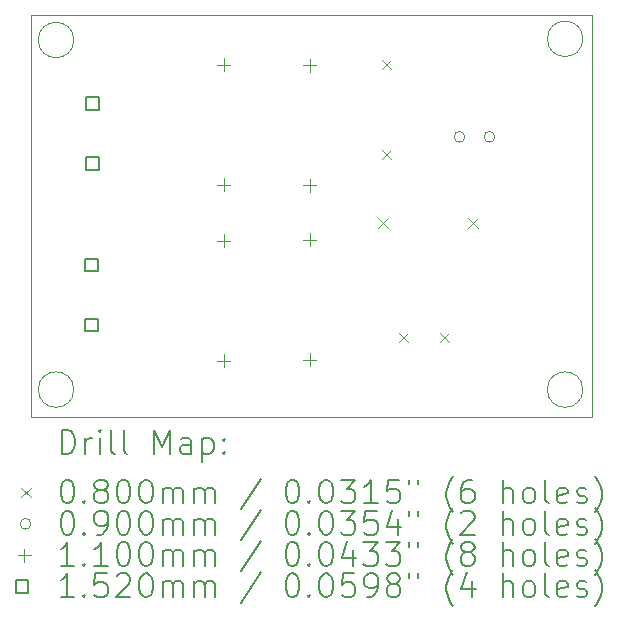
<source format=gbr>
%TF.GenerationSoftware,KiCad,Pcbnew,9.0.1*%
%TF.CreationDate,2025-08-14T10:08:24+05:00*%
%TF.ProjectId,ac_to_dc_converter,61635f74-6f5f-4646-935f-636f6e766572,rev?*%
%TF.SameCoordinates,Original*%
%TF.FileFunction,Drillmap*%
%TF.FilePolarity,Positive*%
%FSLAX45Y45*%
G04 Gerber Fmt 4.5, Leading zero omitted, Abs format (unit mm)*
G04 Created by KiCad (PCBNEW 9.0.1) date 2025-08-14 10:08:24*
%MOMM*%
%LPD*%
G01*
G04 APERTURE LIST*
%ADD10C,0.050000*%
%ADD11C,0.200000*%
%ADD12C,0.100000*%
%ADD13C,0.110000*%
%ADD14C,0.152000*%
G04 APERTURE END LIST*
D10*
X11410000Y-8660000D02*
G75*
G02*
X11110000Y-8660000I-150000J0D01*
G01*
X11110000Y-8660000D02*
G75*
G02*
X11410000Y-8660000I150000J0D01*
G01*
X15720000Y-11620000D02*
G75*
G02*
X15420000Y-11620000I-150000J0D01*
G01*
X15420000Y-11620000D02*
G75*
G02*
X15720000Y-11620000I150000J0D01*
G01*
X11050000Y-8450000D02*
X15800000Y-8450000D01*
X15800000Y-11850000D01*
X11050000Y-11850000D01*
X11050000Y-8450000D01*
X15720000Y-8650000D02*
G75*
G02*
X15420000Y-8650000I-150000J0D01*
G01*
X15420000Y-8650000D02*
G75*
G02*
X15720000Y-8650000I150000J0D01*
G01*
X11410000Y-11620000D02*
G75*
G02*
X11110000Y-11620000I-150000J0D01*
G01*
X11110000Y-11620000D02*
G75*
G02*
X11410000Y-11620000I150000J0D01*
G01*
D11*
D12*
X13988000Y-10170000D02*
X14068000Y-10250000D01*
X14068000Y-10170000D02*
X13988000Y-10250000D01*
X14020000Y-8829000D02*
X14100000Y-8909000D01*
X14100000Y-8829000D02*
X14020000Y-8909000D01*
X14020000Y-9591000D02*
X14100000Y-9671000D01*
X14100000Y-9591000D02*
X14020000Y-9671000D01*
X14160000Y-11140000D02*
X14240000Y-11220000D01*
X14240000Y-11140000D02*
X14160000Y-11220000D01*
X14510000Y-11140000D02*
X14590000Y-11220000D01*
X14590000Y-11140000D02*
X14510000Y-11220000D01*
X14750000Y-10170000D02*
X14830000Y-10250000D01*
X14830000Y-10170000D02*
X14750000Y-10250000D01*
X14721000Y-9480000D02*
G75*
G02*
X14631000Y-9480000I-45000J0D01*
G01*
X14631000Y-9480000D02*
G75*
G02*
X14721000Y-9480000I45000J0D01*
G01*
X14975000Y-9480000D02*
G75*
G02*
X14885000Y-9480000I-45000J0D01*
G01*
X14885000Y-9480000D02*
G75*
G02*
X14975000Y-9480000I45000J0D01*
G01*
D13*
X12680000Y-8815000D02*
X12680000Y-8925000D01*
X12625000Y-8870000D02*
X12735000Y-8870000D01*
X12680000Y-9831000D02*
X12680000Y-9941000D01*
X12625000Y-9886000D02*
X12735000Y-9886000D01*
X12680000Y-10305000D02*
X12680000Y-10415000D01*
X12625000Y-10360000D02*
X12735000Y-10360000D01*
X12680000Y-11321000D02*
X12680000Y-11431000D01*
X12625000Y-11376000D02*
X12735000Y-11376000D01*
X13410000Y-8817000D02*
X13410000Y-8927000D01*
X13355000Y-8872000D02*
X13465000Y-8872000D01*
X13410000Y-9833000D02*
X13410000Y-9943000D01*
X13355000Y-9888000D02*
X13465000Y-9888000D01*
X13410000Y-10297000D02*
X13410000Y-10407000D01*
X13355000Y-10352000D02*
X13465000Y-10352000D01*
X13410000Y-11313000D02*
X13410000Y-11423000D01*
X13355000Y-11368000D02*
X13465000Y-11368000D01*
D14*
X11613741Y-10619741D02*
X11613741Y-10512259D01*
X11506259Y-10512259D01*
X11506259Y-10619741D01*
X11613741Y-10619741D01*
X11613741Y-11127741D02*
X11613741Y-11020259D01*
X11506259Y-11020259D01*
X11506259Y-11127741D01*
X11613741Y-11127741D01*
X11623741Y-9253741D02*
X11623741Y-9146259D01*
X11516259Y-9146259D01*
X11516259Y-9253741D01*
X11623741Y-9253741D01*
X11623741Y-9761741D02*
X11623741Y-9654259D01*
X11516259Y-9654259D01*
X11516259Y-9761741D01*
X11623741Y-9761741D01*
D11*
X11308277Y-12163984D02*
X11308277Y-11963984D01*
X11308277Y-11963984D02*
X11355896Y-11963984D01*
X11355896Y-11963984D02*
X11384467Y-11973508D01*
X11384467Y-11973508D02*
X11403515Y-11992555D01*
X11403515Y-11992555D02*
X11413039Y-12011603D01*
X11413039Y-12011603D02*
X11422562Y-12049698D01*
X11422562Y-12049698D02*
X11422562Y-12078269D01*
X11422562Y-12078269D02*
X11413039Y-12116365D01*
X11413039Y-12116365D02*
X11403515Y-12135412D01*
X11403515Y-12135412D02*
X11384467Y-12154460D01*
X11384467Y-12154460D02*
X11355896Y-12163984D01*
X11355896Y-12163984D02*
X11308277Y-12163984D01*
X11508277Y-12163984D02*
X11508277Y-12030650D01*
X11508277Y-12068746D02*
X11517801Y-12049698D01*
X11517801Y-12049698D02*
X11527324Y-12040174D01*
X11527324Y-12040174D02*
X11546372Y-12030650D01*
X11546372Y-12030650D02*
X11565420Y-12030650D01*
X11632086Y-12163984D02*
X11632086Y-12030650D01*
X11632086Y-11963984D02*
X11622562Y-11973508D01*
X11622562Y-11973508D02*
X11632086Y-11983031D01*
X11632086Y-11983031D02*
X11641610Y-11973508D01*
X11641610Y-11973508D02*
X11632086Y-11963984D01*
X11632086Y-11963984D02*
X11632086Y-11983031D01*
X11755896Y-12163984D02*
X11736848Y-12154460D01*
X11736848Y-12154460D02*
X11727324Y-12135412D01*
X11727324Y-12135412D02*
X11727324Y-11963984D01*
X11860658Y-12163984D02*
X11841610Y-12154460D01*
X11841610Y-12154460D02*
X11832086Y-12135412D01*
X11832086Y-12135412D02*
X11832086Y-11963984D01*
X12089229Y-12163984D02*
X12089229Y-11963984D01*
X12089229Y-11963984D02*
X12155896Y-12106841D01*
X12155896Y-12106841D02*
X12222562Y-11963984D01*
X12222562Y-11963984D02*
X12222562Y-12163984D01*
X12403515Y-12163984D02*
X12403515Y-12059222D01*
X12403515Y-12059222D02*
X12393991Y-12040174D01*
X12393991Y-12040174D02*
X12374943Y-12030650D01*
X12374943Y-12030650D02*
X12336848Y-12030650D01*
X12336848Y-12030650D02*
X12317801Y-12040174D01*
X12403515Y-12154460D02*
X12384467Y-12163984D01*
X12384467Y-12163984D02*
X12336848Y-12163984D01*
X12336848Y-12163984D02*
X12317801Y-12154460D01*
X12317801Y-12154460D02*
X12308277Y-12135412D01*
X12308277Y-12135412D02*
X12308277Y-12116365D01*
X12308277Y-12116365D02*
X12317801Y-12097317D01*
X12317801Y-12097317D02*
X12336848Y-12087793D01*
X12336848Y-12087793D02*
X12384467Y-12087793D01*
X12384467Y-12087793D02*
X12403515Y-12078269D01*
X12498753Y-12030650D02*
X12498753Y-12230650D01*
X12498753Y-12040174D02*
X12517801Y-12030650D01*
X12517801Y-12030650D02*
X12555896Y-12030650D01*
X12555896Y-12030650D02*
X12574943Y-12040174D01*
X12574943Y-12040174D02*
X12584467Y-12049698D01*
X12584467Y-12049698D02*
X12593991Y-12068746D01*
X12593991Y-12068746D02*
X12593991Y-12125888D01*
X12593991Y-12125888D02*
X12584467Y-12144936D01*
X12584467Y-12144936D02*
X12574943Y-12154460D01*
X12574943Y-12154460D02*
X12555896Y-12163984D01*
X12555896Y-12163984D02*
X12517801Y-12163984D01*
X12517801Y-12163984D02*
X12498753Y-12154460D01*
X12679705Y-12144936D02*
X12689229Y-12154460D01*
X12689229Y-12154460D02*
X12679705Y-12163984D01*
X12679705Y-12163984D02*
X12670182Y-12154460D01*
X12670182Y-12154460D02*
X12679705Y-12144936D01*
X12679705Y-12144936D02*
X12679705Y-12163984D01*
X12679705Y-12040174D02*
X12689229Y-12049698D01*
X12689229Y-12049698D02*
X12679705Y-12059222D01*
X12679705Y-12059222D02*
X12670182Y-12049698D01*
X12670182Y-12049698D02*
X12679705Y-12040174D01*
X12679705Y-12040174D02*
X12679705Y-12059222D01*
D12*
X10967500Y-12452500D02*
X11047500Y-12532500D01*
X11047500Y-12452500D02*
X10967500Y-12532500D01*
D11*
X11346372Y-12383984D02*
X11365420Y-12383984D01*
X11365420Y-12383984D02*
X11384467Y-12393508D01*
X11384467Y-12393508D02*
X11393991Y-12403031D01*
X11393991Y-12403031D02*
X11403515Y-12422079D01*
X11403515Y-12422079D02*
X11413039Y-12460174D01*
X11413039Y-12460174D02*
X11413039Y-12507793D01*
X11413039Y-12507793D02*
X11403515Y-12545888D01*
X11403515Y-12545888D02*
X11393991Y-12564936D01*
X11393991Y-12564936D02*
X11384467Y-12574460D01*
X11384467Y-12574460D02*
X11365420Y-12583984D01*
X11365420Y-12583984D02*
X11346372Y-12583984D01*
X11346372Y-12583984D02*
X11327324Y-12574460D01*
X11327324Y-12574460D02*
X11317801Y-12564936D01*
X11317801Y-12564936D02*
X11308277Y-12545888D01*
X11308277Y-12545888D02*
X11298753Y-12507793D01*
X11298753Y-12507793D02*
X11298753Y-12460174D01*
X11298753Y-12460174D02*
X11308277Y-12422079D01*
X11308277Y-12422079D02*
X11317801Y-12403031D01*
X11317801Y-12403031D02*
X11327324Y-12393508D01*
X11327324Y-12393508D02*
X11346372Y-12383984D01*
X11498753Y-12564936D02*
X11508277Y-12574460D01*
X11508277Y-12574460D02*
X11498753Y-12583984D01*
X11498753Y-12583984D02*
X11489229Y-12574460D01*
X11489229Y-12574460D02*
X11498753Y-12564936D01*
X11498753Y-12564936D02*
X11498753Y-12583984D01*
X11622562Y-12469698D02*
X11603515Y-12460174D01*
X11603515Y-12460174D02*
X11593991Y-12450650D01*
X11593991Y-12450650D02*
X11584467Y-12431603D01*
X11584467Y-12431603D02*
X11584467Y-12422079D01*
X11584467Y-12422079D02*
X11593991Y-12403031D01*
X11593991Y-12403031D02*
X11603515Y-12393508D01*
X11603515Y-12393508D02*
X11622562Y-12383984D01*
X11622562Y-12383984D02*
X11660658Y-12383984D01*
X11660658Y-12383984D02*
X11679705Y-12393508D01*
X11679705Y-12393508D02*
X11689229Y-12403031D01*
X11689229Y-12403031D02*
X11698753Y-12422079D01*
X11698753Y-12422079D02*
X11698753Y-12431603D01*
X11698753Y-12431603D02*
X11689229Y-12450650D01*
X11689229Y-12450650D02*
X11679705Y-12460174D01*
X11679705Y-12460174D02*
X11660658Y-12469698D01*
X11660658Y-12469698D02*
X11622562Y-12469698D01*
X11622562Y-12469698D02*
X11603515Y-12479222D01*
X11603515Y-12479222D02*
X11593991Y-12488746D01*
X11593991Y-12488746D02*
X11584467Y-12507793D01*
X11584467Y-12507793D02*
X11584467Y-12545888D01*
X11584467Y-12545888D02*
X11593991Y-12564936D01*
X11593991Y-12564936D02*
X11603515Y-12574460D01*
X11603515Y-12574460D02*
X11622562Y-12583984D01*
X11622562Y-12583984D02*
X11660658Y-12583984D01*
X11660658Y-12583984D02*
X11679705Y-12574460D01*
X11679705Y-12574460D02*
X11689229Y-12564936D01*
X11689229Y-12564936D02*
X11698753Y-12545888D01*
X11698753Y-12545888D02*
X11698753Y-12507793D01*
X11698753Y-12507793D02*
X11689229Y-12488746D01*
X11689229Y-12488746D02*
X11679705Y-12479222D01*
X11679705Y-12479222D02*
X11660658Y-12469698D01*
X11822562Y-12383984D02*
X11841610Y-12383984D01*
X11841610Y-12383984D02*
X11860658Y-12393508D01*
X11860658Y-12393508D02*
X11870182Y-12403031D01*
X11870182Y-12403031D02*
X11879705Y-12422079D01*
X11879705Y-12422079D02*
X11889229Y-12460174D01*
X11889229Y-12460174D02*
X11889229Y-12507793D01*
X11889229Y-12507793D02*
X11879705Y-12545888D01*
X11879705Y-12545888D02*
X11870182Y-12564936D01*
X11870182Y-12564936D02*
X11860658Y-12574460D01*
X11860658Y-12574460D02*
X11841610Y-12583984D01*
X11841610Y-12583984D02*
X11822562Y-12583984D01*
X11822562Y-12583984D02*
X11803515Y-12574460D01*
X11803515Y-12574460D02*
X11793991Y-12564936D01*
X11793991Y-12564936D02*
X11784467Y-12545888D01*
X11784467Y-12545888D02*
X11774943Y-12507793D01*
X11774943Y-12507793D02*
X11774943Y-12460174D01*
X11774943Y-12460174D02*
X11784467Y-12422079D01*
X11784467Y-12422079D02*
X11793991Y-12403031D01*
X11793991Y-12403031D02*
X11803515Y-12393508D01*
X11803515Y-12393508D02*
X11822562Y-12383984D01*
X12013039Y-12383984D02*
X12032086Y-12383984D01*
X12032086Y-12383984D02*
X12051134Y-12393508D01*
X12051134Y-12393508D02*
X12060658Y-12403031D01*
X12060658Y-12403031D02*
X12070182Y-12422079D01*
X12070182Y-12422079D02*
X12079705Y-12460174D01*
X12079705Y-12460174D02*
X12079705Y-12507793D01*
X12079705Y-12507793D02*
X12070182Y-12545888D01*
X12070182Y-12545888D02*
X12060658Y-12564936D01*
X12060658Y-12564936D02*
X12051134Y-12574460D01*
X12051134Y-12574460D02*
X12032086Y-12583984D01*
X12032086Y-12583984D02*
X12013039Y-12583984D01*
X12013039Y-12583984D02*
X11993991Y-12574460D01*
X11993991Y-12574460D02*
X11984467Y-12564936D01*
X11984467Y-12564936D02*
X11974943Y-12545888D01*
X11974943Y-12545888D02*
X11965420Y-12507793D01*
X11965420Y-12507793D02*
X11965420Y-12460174D01*
X11965420Y-12460174D02*
X11974943Y-12422079D01*
X11974943Y-12422079D02*
X11984467Y-12403031D01*
X11984467Y-12403031D02*
X11993991Y-12393508D01*
X11993991Y-12393508D02*
X12013039Y-12383984D01*
X12165420Y-12583984D02*
X12165420Y-12450650D01*
X12165420Y-12469698D02*
X12174943Y-12460174D01*
X12174943Y-12460174D02*
X12193991Y-12450650D01*
X12193991Y-12450650D02*
X12222563Y-12450650D01*
X12222563Y-12450650D02*
X12241610Y-12460174D01*
X12241610Y-12460174D02*
X12251134Y-12479222D01*
X12251134Y-12479222D02*
X12251134Y-12583984D01*
X12251134Y-12479222D02*
X12260658Y-12460174D01*
X12260658Y-12460174D02*
X12279705Y-12450650D01*
X12279705Y-12450650D02*
X12308277Y-12450650D01*
X12308277Y-12450650D02*
X12327324Y-12460174D01*
X12327324Y-12460174D02*
X12336848Y-12479222D01*
X12336848Y-12479222D02*
X12336848Y-12583984D01*
X12432086Y-12583984D02*
X12432086Y-12450650D01*
X12432086Y-12469698D02*
X12441610Y-12460174D01*
X12441610Y-12460174D02*
X12460658Y-12450650D01*
X12460658Y-12450650D02*
X12489229Y-12450650D01*
X12489229Y-12450650D02*
X12508277Y-12460174D01*
X12508277Y-12460174D02*
X12517801Y-12479222D01*
X12517801Y-12479222D02*
X12517801Y-12583984D01*
X12517801Y-12479222D02*
X12527324Y-12460174D01*
X12527324Y-12460174D02*
X12546372Y-12450650D01*
X12546372Y-12450650D02*
X12574943Y-12450650D01*
X12574943Y-12450650D02*
X12593991Y-12460174D01*
X12593991Y-12460174D02*
X12603515Y-12479222D01*
X12603515Y-12479222D02*
X12603515Y-12583984D01*
X12993991Y-12374460D02*
X12822563Y-12631603D01*
X13251134Y-12383984D02*
X13270182Y-12383984D01*
X13270182Y-12383984D02*
X13289229Y-12393508D01*
X13289229Y-12393508D02*
X13298753Y-12403031D01*
X13298753Y-12403031D02*
X13308277Y-12422079D01*
X13308277Y-12422079D02*
X13317801Y-12460174D01*
X13317801Y-12460174D02*
X13317801Y-12507793D01*
X13317801Y-12507793D02*
X13308277Y-12545888D01*
X13308277Y-12545888D02*
X13298753Y-12564936D01*
X13298753Y-12564936D02*
X13289229Y-12574460D01*
X13289229Y-12574460D02*
X13270182Y-12583984D01*
X13270182Y-12583984D02*
X13251134Y-12583984D01*
X13251134Y-12583984D02*
X13232086Y-12574460D01*
X13232086Y-12574460D02*
X13222563Y-12564936D01*
X13222563Y-12564936D02*
X13213039Y-12545888D01*
X13213039Y-12545888D02*
X13203515Y-12507793D01*
X13203515Y-12507793D02*
X13203515Y-12460174D01*
X13203515Y-12460174D02*
X13213039Y-12422079D01*
X13213039Y-12422079D02*
X13222563Y-12403031D01*
X13222563Y-12403031D02*
X13232086Y-12393508D01*
X13232086Y-12393508D02*
X13251134Y-12383984D01*
X13403515Y-12564936D02*
X13413039Y-12574460D01*
X13413039Y-12574460D02*
X13403515Y-12583984D01*
X13403515Y-12583984D02*
X13393991Y-12574460D01*
X13393991Y-12574460D02*
X13403515Y-12564936D01*
X13403515Y-12564936D02*
X13403515Y-12583984D01*
X13536848Y-12383984D02*
X13555896Y-12383984D01*
X13555896Y-12383984D02*
X13574944Y-12393508D01*
X13574944Y-12393508D02*
X13584467Y-12403031D01*
X13584467Y-12403031D02*
X13593991Y-12422079D01*
X13593991Y-12422079D02*
X13603515Y-12460174D01*
X13603515Y-12460174D02*
X13603515Y-12507793D01*
X13603515Y-12507793D02*
X13593991Y-12545888D01*
X13593991Y-12545888D02*
X13584467Y-12564936D01*
X13584467Y-12564936D02*
X13574944Y-12574460D01*
X13574944Y-12574460D02*
X13555896Y-12583984D01*
X13555896Y-12583984D02*
X13536848Y-12583984D01*
X13536848Y-12583984D02*
X13517801Y-12574460D01*
X13517801Y-12574460D02*
X13508277Y-12564936D01*
X13508277Y-12564936D02*
X13498753Y-12545888D01*
X13498753Y-12545888D02*
X13489229Y-12507793D01*
X13489229Y-12507793D02*
X13489229Y-12460174D01*
X13489229Y-12460174D02*
X13498753Y-12422079D01*
X13498753Y-12422079D02*
X13508277Y-12403031D01*
X13508277Y-12403031D02*
X13517801Y-12393508D01*
X13517801Y-12393508D02*
X13536848Y-12383984D01*
X13670182Y-12383984D02*
X13793991Y-12383984D01*
X13793991Y-12383984D02*
X13727325Y-12460174D01*
X13727325Y-12460174D02*
X13755896Y-12460174D01*
X13755896Y-12460174D02*
X13774944Y-12469698D01*
X13774944Y-12469698D02*
X13784467Y-12479222D01*
X13784467Y-12479222D02*
X13793991Y-12498269D01*
X13793991Y-12498269D02*
X13793991Y-12545888D01*
X13793991Y-12545888D02*
X13784467Y-12564936D01*
X13784467Y-12564936D02*
X13774944Y-12574460D01*
X13774944Y-12574460D02*
X13755896Y-12583984D01*
X13755896Y-12583984D02*
X13698753Y-12583984D01*
X13698753Y-12583984D02*
X13679706Y-12574460D01*
X13679706Y-12574460D02*
X13670182Y-12564936D01*
X13984467Y-12583984D02*
X13870182Y-12583984D01*
X13927325Y-12583984D02*
X13927325Y-12383984D01*
X13927325Y-12383984D02*
X13908277Y-12412555D01*
X13908277Y-12412555D02*
X13889229Y-12431603D01*
X13889229Y-12431603D02*
X13870182Y-12441127D01*
X14165420Y-12383984D02*
X14070182Y-12383984D01*
X14070182Y-12383984D02*
X14060658Y-12479222D01*
X14060658Y-12479222D02*
X14070182Y-12469698D01*
X14070182Y-12469698D02*
X14089229Y-12460174D01*
X14089229Y-12460174D02*
X14136848Y-12460174D01*
X14136848Y-12460174D02*
X14155896Y-12469698D01*
X14155896Y-12469698D02*
X14165420Y-12479222D01*
X14165420Y-12479222D02*
X14174944Y-12498269D01*
X14174944Y-12498269D02*
X14174944Y-12545888D01*
X14174944Y-12545888D02*
X14165420Y-12564936D01*
X14165420Y-12564936D02*
X14155896Y-12574460D01*
X14155896Y-12574460D02*
X14136848Y-12583984D01*
X14136848Y-12583984D02*
X14089229Y-12583984D01*
X14089229Y-12583984D02*
X14070182Y-12574460D01*
X14070182Y-12574460D02*
X14060658Y-12564936D01*
X14251134Y-12383984D02*
X14251134Y-12422079D01*
X14327325Y-12383984D02*
X14327325Y-12422079D01*
X14622563Y-12660174D02*
X14613039Y-12650650D01*
X14613039Y-12650650D02*
X14593991Y-12622079D01*
X14593991Y-12622079D02*
X14584468Y-12603031D01*
X14584468Y-12603031D02*
X14574944Y-12574460D01*
X14574944Y-12574460D02*
X14565420Y-12526841D01*
X14565420Y-12526841D02*
X14565420Y-12488746D01*
X14565420Y-12488746D02*
X14574944Y-12441127D01*
X14574944Y-12441127D02*
X14584468Y-12412555D01*
X14584468Y-12412555D02*
X14593991Y-12393508D01*
X14593991Y-12393508D02*
X14613039Y-12364936D01*
X14613039Y-12364936D02*
X14622563Y-12355412D01*
X14784468Y-12383984D02*
X14746372Y-12383984D01*
X14746372Y-12383984D02*
X14727325Y-12393508D01*
X14727325Y-12393508D02*
X14717801Y-12403031D01*
X14717801Y-12403031D02*
X14698753Y-12431603D01*
X14698753Y-12431603D02*
X14689229Y-12469698D01*
X14689229Y-12469698D02*
X14689229Y-12545888D01*
X14689229Y-12545888D02*
X14698753Y-12564936D01*
X14698753Y-12564936D02*
X14708277Y-12574460D01*
X14708277Y-12574460D02*
X14727325Y-12583984D01*
X14727325Y-12583984D02*
X14765420Y-12583984D01*
X14765420Y-12583984D02*
X14784468Y-12574460D01*
X14784468Y-12574460D02*
X14793991Y-12564936D01*
X14793991Y-12564936D02*
X14803515Y-12545888D01*
X14803515Y-12545888D02*
X14803515Y-12498269D01*
X14803515Y-12498269D02*
X14793991Y-12479222D01*
X14793991Y-12479222D02*
X14784468Y-12469698D01*
X14784468Y-12469698D02*
X14765420Y-12460174D01*
X14765420Y-12460174D02*
X14727325Y-12460174D01*
X14727325Y-12460174D02*
X14708277Y-12469698D01*
X14708277Y-12469698D02*
X14698753Y-12479222D01*
X14698753Y-12479222D02*
X14689229Y-12498269D01*
X15041610Y-12583984D02*
X15041610Y-12383984D01*
X15127325Y-12583984D02*
X15127325Y-12479222D01*
X15127325Y-12479222D02*
X15117801Y-12460174D01*
X15117801Y-12460174D02*
X15098753Y-12450650D01*
X15098753Y-12450650D02*
X15070182Y-12450650D01*
X15070182Y-12450650D02*
X15051134Y-12460174D01*
X15051134Y-12460174D02*
X15041610Y-12469698D01*
X15251134Y-12583984D02*
X15232087Y-12574460D01*
X15232087Y-12574460D02*
X15222563Y-12564936D01*
X15222563Y-12564936D02*
X15213039Y-12545888D01*
X15213039Y-12545888D02*
X15213039Y-12488746D01*
X15213039Y-12488746D02*
X15222563Y-12469698D01*
X15222563Y-12469698D02*
X15232087Y-12460174D01*
X15232087Y-12460174D02*
X15251134Y-12450650D01*
X15251134Y-12450650D02*
X15279706Y-12450650D01*
X15279706Y-12450650D02*
X15298753Y-12460174D01*
X15298753Y-12460174D02*
X15308277Y-12469698D01*
X15308277Y-12469698D02*
X15317801Y-12488746D01*
X15317801Y-12488746D02*
X15317801Y-12545888D01*
X15317801Y-12545888D02*
X15308277Y-12564936D01*
X15308277Y-12564936D02*
X15298753Y-12574460D01*
X15298753Y-12574460D02*
X15279706Y-12583984D01*
X15279706Y-12583984D02*
X15251134Y-12583984D01*
X15432087Y-12583984D02*
X15413039Y-12574460D01*
X15413039Y-12574460D02*
X15403515Y-12555412D01*
X15403515Y-12555412D02*
X15403515Y-12383984D01*
X15584468Y-12574460D02*
X15565420Y-12583984D01*
X15565420Y-12583984D02*
X15527325Y-12583984D01*
X15527325Y-12583984D02*
X15508277Y-12574460D01*
X15508277Y-12574460D02*
X15498753Y-12555412D01*
X15498753Y-12555412D02*
X15498753Y-12479222D01*
X15498753Y-12479222D02*
X15508277Y-12460174D01*
X15508277Y-12460174D02*
X15527325Y-12450650D01*
X15527325Y-12450650D02*
X15565420Y-12450650D01*
X15565420Y-12450650D02*
X15584468Y-12460174D01*
X15584468Y-12460174D02*
X15593991Y-12479222D01*
X15593991Y-12479222D02*
X15593991Y-12498269D01*
X15593991Y-12498269D02*
X15498753Y-12517317D01*
X15670182Y-12574460D02*
X15689230Y-12583984D01*
X15689230Y-12583984D02*
X15727325Y-12583984D01*
X15727325Y-12583984D02*
X15746372Y-12574460D01*
X15746372Y-12574460D02*
X15755896Y-12555412D01*
X15755896Y-12555412D02*
X15755896Y-12545888D01*
X15755896Y-12545888D02*
X15746372Y-12526841D01*
X15746372Y-12526841D02*
X15727325Y-12517317D01*
X15727325Y-12517317D02*
X15698753Y-12517317D01*
X15698753Y-12517317D02*
X15679706Y-12507793D01*
X15679706Y-12507793D02*
X15670182Y-12488746D01*
X15670182Y-12488746D02*
X15670182Y-12479222D01*
X15670182Y-12479222D02*
X15679706Y-12460174D01*
X15679706Y-12460174D02*
X15698753Y-12450650D01*
X15698753Y-12450650D02*
X15727325Y-12450650D01*
X15727325Y-12450650D02*
X15746372Y-12460174D01*
X15822563Y-12660174D02*
X15832087Y-12650650D01*
X15832087Y-12650650D02*
X15851134Y-12622079D01*
X15851134Y-12622079D02*
X15860658Y-12603031D01*
X15860658Y-12603031D02*
X15870182Y-12574460D01*
X15870182Y-12574460D02*
X15879706Y-12526841D01*
X15879706Y-12526841D02*
X15879706Y-12488746D01*
X15879706Y-12488746D02*
X15870182Y-12441127D01*
X15870182Y-12441127D02*
X15860658Y-12412555D01*
X15860658Y-12412555D02*
X15851134Y-12393508D01*
X15851134Y-12393508D02*
X15832087Y-12364936D01*
X15832087Y-12364936D02*
X15822563Y-12355412D01*
D12*
X11047500Y-12756500D02*
G75*
G02*
X10957500Y-12756500I-45000J0D01*
G01*
X10957500Y-12756500D02*
G75*
G02*
X11047500Y-12756500I45000J0D01*
G01*
D11*
X11346372Y-12647984D02*
X11365420Y-12647984D01*
X11365420Y-12647984D02*
X11384467Y-12657508D01*
X11384467Y-12657508D02*
X11393991Y-12667031D01*
X11393991Y-12667031D02*
X11403515Y-12686079D01*
X11403515Y-12686079D02*
X11413039Y-12724174D01*
X11413039Y-12724174D02*
X11413039Y-12771793D01*
X11413039Y-12771793D02*
X11403515Y-12809888D01*
X11403515Y-12809888D02*
X11393991Y-12828936D01*
X11393991Y-12828936D02*
X11384467Y-12838460D01*
X11384467Y-12838460D02*
X11365420Y-12847984D01*
X11365420Y-12847984D02*
X11346372Y-12847984D01*
X11346372Y-12847984D02*
X11327324Y-12838460D01*
X11327324Y-12838460D02*
X11317801Y-12828936D01*
X11317801Y-12828936D02*
X11308277Y-12809888D01*
X11308277Y-12809888D02*
X11298753Y-12771793D01*
X11298753Y-12771793D02*
X11298753Y-12724174D01*
X11298753Y-12724174D02*
X11308277Y-12686079D01*
X11308277Y-12686079D02*
X11317801Y-12667031D01*
X11317801Y-12667031D02*
X11327324Y-12657508D01*
X11327324Y-12657508D02*
X11346372Y-12647984D01*
X11498753Y-12828936D02*
X11508277Y-12838460D01*
X11508277Y-12838460D02*
X11498753Y-12847984D01*
X11498753Y-12847984D02*
X11489229Y-12838460D01*
X11489229Y-12838460D02*
X11498753Y-12828936D01*
X11498753Y-12828936D02*
X11498753Y-12847984D01*
X11603515Y-12847984D02*
X11641610Y-12847984D01*
X11641610Y-12847984D02*
X11660658Y-12838460D01*
X11660658Y-12838460D02*
X11670182Y-12828936D01*
X11670182Y-12828936D02*
X11689229Y-12800365D01*
X11689229Y-12800365D02*
X11698753Y-12762269D01*
X11698753Y-12762269D02*
X11698753Y-12686079D01*
X11698753Y-12686079D02*
X11689229Y-12667031D01*
X11689229Y-12667031D02*
X11679705Y-12657508D01*
X11679705Y-12657508D02*
X11660658Y-12647984D01*
X11660658Y-12647984D02*
X11622562Y-12647984D01*
X11622562Y-12647984D02*
X11603515Y-12657508D01*
X11603515Y-12657508D02*
X11593991Y-12667031D01*
X11593991Y-12667031D02*
X11584467Y-12686079D01*
X11584467Y-12686079D02*
X11584467Y-12733698D01*
X11584467Y-12733698D02*
X11593991Y-12752746D01*
X11593991Y-12752746D02*
X11603515Y-12762269D01*
X11603515Y-12762269D02*
X11622562Y-12771793D01*
X11622562Y-12771793D02*
X11660658Y-12771793D01*
X11660658Y-12771793D02*
X11679705Y-12762269D01*
X11679705Y-12762269D02*
X11689229Y-12752746D01*
X11689229Y-12752746D02*
X11698753Y-12733698D01*
X11822562Y-12647984D02*
X11841610Y-12647984D01*
X11841610Y-12647984D02*
X11860658Y-12657508D01*
X11860658Y-12657508D02*
X11870182Y-12667031D01*
X11870182Y-12667031D02*
X11879705Y-12686079D01*
X11879705Y-12686079D02*
X11889229Y-12724174D01*
X11889229Y-12724174D02*
X11889229Y-12771793D01*
X11889229Y-12771793D02*
X11879705Y-12809888D01*
X11879705Y-12809888D02*
X11870182Y-12828936D01*
X11870182Y-12828936D02*
X11860658Y-12838460D01*
X11860658Y-12838460D02*
X11841610Y-12847984D01*
X11841610Y-12847984D02*
X11822562Y-12847984D01*
X11822562Y-12847984D02*
X11803515Y-12838460D01*
X11803515Y-12838460D02*
X11793991Y-12828936D01*
X11793991Y-12828936D02*
X11784467Y-12809888D01*
X11784467Y-12809888D02*
X11774943Y-12771793D01*
X11774943Y-12771793D02*
X11774943Y-12724174D01*
X11774943Y-12724174D02*
X11784467Y-12686079D01*
X11784467Y-12686079D02*
X11793991Y-12667031D01*
X11793991Y-12667031D02*
X11803515Y-12657508D01*
X11803515Y-12657508D02*
X11822562Y-12647984D01*
X12013039Y-12647984D02*
X12032086Y-12647984D01*
X12032086Y-12647984D02*
X12051134Y-12657508D01*
X12051134Y-12657508D02*
X12060658Y-12667031D01*
X12060658Y-12667031D02*
X12070182Y-12686079D01*
X12070182Y-12686079D02*
X12079705Y-12724174D01*
X12079705Y-12724174D02*
X12079705Y-12771793D01*
X12079705Y-12771793D02*
X12070182Y-12809888D01*
X12070182Y-12809888D02*
X12060658Y-12828936D01*
X12060658Y-12828936D02*
X12051134Y-12838460D01*
X12051134Y-12838460D02*
X12032086Y-12847984D01*
X12032086Y-12847984D02*
X12013039Y-12847984D01*
X12013039Y-12847984D02*
X11993991Y-12838460D01*
X11993991Y-12838460D02*
X11984467Y-12828936D01*
X11984467Y-12828936D02*
X11974943Y-12809888D01*
X11974943Y-12809888D02*
X11965420Y-12771793D01*
X11965420Y-12771793D02*
X11965420Y-12724174D01*
X11965420Y-12724174D02*
X11974943Y-12686079D01*
X11974943Y-12686079D02*
X11984467Y-12667031D01*
X11984467Y-12667031D02*
X11993991Y-12657508D01*
X11993991Y-12657508D02*
X12013039Y-12647984D01*
X12165420Y-12847984D02*
X12165420Y-12714650D01*
X12165420Y-12733698D02*
X12174943Y-12724174D01*
X12174943Y-12724174D02*
X12193991Y-12714650D01*
X12193991Y-12714650D02*
X12222563Y-12714650D01*
X12222563Y-12714650D02*
X12241610Y-12724174D01*
X12241610Y-12724174D02*
X12251134Y-12743222D01*
X12251134Y-12743222D02*
X12251134Y-12847984D01*
X12251134Y-12743222D02*
X12260658Y-12724174D01*
X12260658Y-12724174D02*
X12279705Y-12714650D01*
X12279705Y-12714650D02*
X12308277Y-12714650D01*
X12308277Y-12714650D02*
X12327324Y-12724174D01*
X12327324Y-12724174D02*
X12336848Y-12743222D01*
X12336848Y-12743222D02*
X12336848Y-12847984D01*
X12432086Y-12847984D02*
X12432086Y-12714650D01*
X12432086Y-12733698D02*
X12441610Y-12724174D01*
X12441610Y-12724174D02*
X12460658Y-12714650D01*
X12460658Y-12714650D02*
X12489229Y-12714650D01*
X12489229Y-12714650D02*
X12508277Y-12724174D01*
X12508277Y-12724174D02*
X12517801Y-12743222D01*
X12517801Y-12743222D02*
X12517801Y-12847984D01*
X12517801Y-12743222D02*
X12527324Y-12724174D01*
X12527324Y-12724174D02*
X12546372Y-12714650D01*
X12546372Y-12714650D02*
X12574943Y-12714650D01*
X12574943Y-12714650D02*
X12593991Y-12724174D01*
X12593991Y-12724174D02*
X12603515Y-12743222D01*
X12603515Y-12743222D02*
X12603515Y-12847984D01*
X12993991Y-12638460D02*
X12822563Y-12895603D01*
X13251134Y-12647984D02*
X13270182Y-12647984D01*
X13270182Y-12647984D02*
X13289229Y-12657508D01*
X13289229Y-12657508D02*
X13298753Y-12667031D01*
X13298753Y-12667031D02*
X13308277Y-12686079D01*
X13308277Y-12686079D02*
X13317801Y-12724174D01*
X13317801Y-12724174D02*
X13317801Y-12771793D01*
X13317801Y-12771793D02*
X13308277Y-12809888D01*
X13308277Y-12809888D02*
X13298753Y-12828936D01*
X13298753Y-12828936D02*
X13289229Y-12838460D01*
X13289229Y-12838460D02*
X13270182Y-12847984D01*
X13270182Y-12847984D02*
X13251134Y-12847984D01*
X13251134Y-12847984D02*
X13232086Y-12838460D01*
X13232086Y-12838460D02*
X13222563Y-12828936D01*
X13222563Y-12828936D02*
X13213039Y-12809888D01*
X13213039Y-12809888D02*
X13203515Y-12771793D01*
X13203515Y-12771793D02*
X13203515Y-12724174D01*
X13203515Y-12724174D02*
X13213039Y-12686079D01*
X13213039Y-12686079D02*
X13222563Y-12667031D01*
X13222563Y-12667031D02*
X13232086Y-12657508D01*
X13232086Y-12657508D02*
X13251134Y-12647984D01*
X13403515Y-12828936D02*
X13413039Y-12838460D01*
X13413039Y-12838460D02*
X13403515Y-12847984D01*
X13403515Y-12847984D02*
X13393991Y-12838460D01*
X13393991Y-12838460D02*
X13403515Y-12828936D01*
X13403515Y-12828936D02*
X13403515Y-12847984D01*
X13536848Y-12647984D02*
X13555896Y-12647984D01*
X13555896Y-12647984D02*
X13574944Y-12657508D01*
X13574944Y-12657508D02*
X13584467Y-12667031D01*
X13584467Y-12667031D02*
X13593991Y-12686079D01*
X13593991Y-12686079D02*
X13603515Y-12724174D01*
X13603515Y-12724174D02*
X13603515Y-12771793D01*
X13603515Y-12771793D02*
X13593991Y-12809888D01*
X13593991Y-12809888D02*
X13584467Y-12828936D01*
X13584467Y-12828936D02*
X13574944Y-12838460D01*
X13574944Y-12838460D02*
X13555896Y-12847984D01*
X13555896Y-12847984D02*
X13536848Y-12847984D01*
X13536848Y-12847984D02*
X13517801Y-12838460D01*
X13517801Y-12838460D02*
X13508277Y-12828936D01*
X13508277Y-12828936D02*
X13498753Y-12809888D01*
X13498753Y-12809888D02*
X13489229Y-12771793D01*
X13489229Y-12771793D02*
X13489229Y-12724174D01*
X13489229Y-12724174D02*
X13498753Y-12686079D01*
X13498753Y-12686079D02*
X13508277Y-12667031D01*
X13508277Y-12667031D02*
X13517801Y-12657508D01*
X13517801Y-12657508D02*
X13536848Y-12647984D01*
X13670182Y-12647984D02*
X13793991Y-12647984D01*
X13793991Y-12647984D02*
X13727325Y-12724174D01*
X13727325Y-12724174D02*
X13755896Y-12724174D01*
X13755896Y-12724174D02*
X13774944Y-12733698D01*
X13774944Y-12733698D02*
X13784467Y-12743222D01*
X13784467Y-12743222D02*
X13793991Y-12762269D01*
X13793991Y-12762269D02*
X13793991Y-12809888D01*
X13793991Y-12809888D02*
X13784467Y-12828936D01*
X13784467Y-12828936D02*
X13774944Y-12838460D01*
X13774944Y-12838460D02*
X13755896Y-12847984D01*
X13755896Y-12847984D02*
X13698753Y-12847984D01*
X13698753Y-12847984D02*
X13679706Y-12838460D01*
X13679706Y-12838460D02*
X13670182Y-12828936D01*
X13974944Y-12647984D02*
X13879706Y-12647984D01*
X13879706Y-12647984D02*
X13870182Y-12743222D01*
X13870182Y-12743222D02*
X13879706Y-12733698D01*
X13879706Y-12733698D02*
X13898753Y-12724174D01*
X13898753Y-12724174D02*
X13946372Y-12724174D01*
X13946372Y-12724174D02*
X13965420Y-12733698D01*
X13965420Y-12733698D02*
X13974944Y-12743222D01*
X13974944Y-12743222D02*
X13984467Y-12762269D01*
X13984467Y-12762269D02*
X13984467Y-12809888D01*
X13984467Y-12809888D02*
X13974944Y-12828936D01*
X13974944Y-12828936D02*
X13965420Y-12838460D01*
X13965420Y-12838460D02*
X13946372Y-12847984D01*
X13946372Y-12847984D02*
X13898753Y-12847984D01*
X13898753Y-12847984D02*
X13879706Y-12838460D01*
X13879706Y-12838460D02*
X13870182Y-12828936D01*
X14155896Y-12714650D02*
X14155896Y-12847984D01*
X14108277Y-12638460D02*
X14060658Y-12781317D01*
X14060658Y-12781317D02*
X14184467Y-12781317D01*
X14251134Y-12647984D02*
X14251134Y-12686079D01*
X14327325Y-12647984D02*
X14327325Y-12686079D01*
X14622563Y-12924174D02*
X14613039Y-12914650D01*
X14613039Y-12914650D02*
X14593991Y-12886079D01*
X14593991Y-12886079D02*
X14584468Y-12867031D01*
X14584468Y-12867031D02*
X14574944Y-12838460D01*
X14574944Y-12838460D02*
X14565420Y-12790841D01*
X14565420Y-12790841D02*
X14565420Y-12752746D01*
X14565420Y-12752746D02*
X14574944Y-12705127D01*
X14574944Y-12705127D02*
X14584468Y-12676555D01*
X14584468Y-12676555D02*
X14593991Y-12657508D01*
X14593991Y-12657508D02*
X14613039Y-12628936D01*
X14613039Y-12628936D02*
X14622563Y-12619412D01*
X14689229Y-12667031D02*
X14698753Y-12657508D01*
X14698753Y-12657508D02*
X14717801Y-12647984D01*
X14717801Y-12647984D02*
X14765420Y-12647984D01*
X14765420Y-12647984D02*
X14784468Y-12657508D01*
X14784468Y-12657508D02*
X14793991Y-12667031D01*
X14793991Y-12667031D02*
X14803515Y-12686079D01*
X14803515Y-12686079D02*
X14803515Y-12705127D01*
X14803515Y-12705127D02*
X14793991Y-12733698D01*
X14793991Y-12733698D02*
X14679706Y-12847984D01*
X14679706Y-12847984D02*
X14803515Y-12847984D01*
X15041610Y-12847984D02*
X15041610Y-12647984D01*
X15127325Y-12847984D02*
X15127325Y-12743222D01*
X15127325Y-12743222D02*
X15117801Y-12724174D01*
X15117801Y-12724174D02*
X15098753Y-12714650D01*
X15098753Y-12714650D02*
X15070182Y-12714650D01*
X15070182Y-12714650D02*
X15051134Y-12724174D01*
X15051134Y-12724174D02*
X15041610Y-12733698D01*
X15251134Y-12847984D02*
X15232087Y-12838460D01*
X15232087Y-12838460D02*
X15222563Y-12828936D01*
X15222563Y-12828936D02*
X15213039Y-12809888D01*
X15213039Y-12809888D02*
X15213039Y-12752746D01*
X15213039Y-12752746D02*
X15222563Y-12733698D01*
X15222563Y-12733698D02*
X15232087Y-12724174D01*
X15232087Y-12724174D02*
X15251134Y-12714650D01*
X15251134Y-12714650D02*
X15279706Y-12714650D01*
X15279706Y-12714650D02*
X15298753Y-12724174D01*
X15298753Y-12724174D02*
X15308277Y-12733698D01*
X15308277Y-12733698D02*
X15317801Y-12752746D01*
X15317801Y-12752746D02*
X15317801Y-12809888D01*
X15317801Y-12809888D02*
X15308277Y-12828936D01*
X15308277Y-12828936D02*
X15298753Y-12838460D01*
X15298753Y-12838460D02*
X15279706Y-12847984D01*
X15279706Y-12847984D02*
X15251134Y-12847984D01*
X15432087Y-12847984D02*
X15413039Y-12838460D01*
X15413039Y-12838460D02*
X15403515Y-12819412D01*
X15403515Y-12819412D02*
X15403515Y-12647984D01*
X15584468Y-12838460D02*
X15565420Y-12847984D01*
X15565420Y-12847984D02*
X15527325Y-12847984D01*
X15527325Y-12847984D02*
X15508277Y-12838460D01*
X15508277Y-12838460D02*
X15498753Y-12819412D01*
X15498753Y-12819412D02*
X15498753Y-12743222D01*
X15498753Y-12743222D02*
X15508277Y-12724174D01*
X15508277Y-12724174D02*
X15527325Y-12714650D01*
X15527325Y-12714650D02*
X15565420Y-12714650D01*
X15565420Y-12714650D02*
X15584468Y-12724174D01*
X15584468Y-12724174D02*
X15593991Y-12743222D01*
X15593991Y-12743222D02*
X15593991Y-12762269D01*
X15593991Y-12762269D02*
X15498753Y-12781317D01*
X15670182Y-12838460D02*
X15689230Y-12847984D01*
X15689230Y-12847984D02*
X15727325Y-12847984D01*
X15727325Y-12847984D02*
X15746372Y-12838460D01*
X15746372Y-12838460D02*
X15755896Y-12819412D01*
X15755896Y-12819412D02*
X15755896Y-12809888D01*
X15755896Y-12809888D02*
X15746372Y-12790841D01*
X15746372Y-12790841D02*
X15727325Y-12781317D01*
X15727325Y-12781317D02*
X15698753Y-12781317D01*
X15698753Y-12781317D02*
X15679706Y-12771793D01*
X15679706Y-12771793D02*
X15670182Y-12752746D01*
X15670182Y-12752746D02*
X15670182Y-12743222D01*
X15670182Y-12743222D02*
X15679706Y-12724174D01*
X15679706Y-12724174D02*
X15698753Y-12714650D01*
X15698753Y-12714650D02*
X15727325Y-12714650D01*
X15727325Y-12714650D02*
X15746372Y-12724174D01*
X15822563Y-12924174D02*
X15832087Y-12914650D01*
X15832087Y-12914650D02*
X15851134Y-12886079D01*
X15851134Y-12886079D02*
X15860658Y-12867031D01*
X15860658Y-12867031D02*
X15870182Y-12838460D01*
X15870182Y-12838460D02*
X15879706Y-12790841D01*
X15879706Y-12790841D02*
X15879706Y-12752746D01*
X15879706Y-12752746D02*
X15870182Y-12705127D01*
X15870182Y-12705127D02*
X15860658Y-12676555D01*
X15860658Y-12676555D02*
X15851134Y-12657508D01*
X15851134Y-12657508D02*
X15832087Y-12628936D01*
X15832087Y-12628936D02*
X15822563Y-12619412D01*
D13*
X10992500Y-12965500D02*
X10992500Y-13075500D01*
X10937500Y-13020500D02*
X11047500Y-13020500D01*
D11*
X11413039Y-13111984D02*
X11298753Y-13111984D01*
X11355896Y-13111984D02*
X11355896Y-12911984D01*
X11355896Y-12911984D02*
X11336848Y-12940555D01*
X11336848Y-12940555D02*
X11317801Y-12959603D01*
X11317801Y-12959603D02*
X11298753Y-12969127D01*
X11498753Y-13092936D02*
X11508277Y-13102460D01*
X11508277Y-13102460D02*
X11498753Y-13111984D01*
X11498753Y-13111984D02*
X11489229Y-13102460D01*
X11489229Y-13102460D02*
X11498753Y-13092936D01*
X11498753Y-13092936D02*
X11498753Y-13111984D01*
X11698753Y-13111984D02*
X11584467Y-13111984D01*
X11641610Y-13111984D02*
X11641610Y-12911984D01*
X11641610Y-12911984D02*
X11622562Y-12940555D01*
X11622562Y-12940555D02*
X11603515Y-12959603D01*
X11603515Y-12959603D02*
X11584467Y-12969127D01*
X11822562Y-12911984D02*
X11841610Y-12911984D01*
X11841610Y-12911984D02*
X11860658Y-12921508D01*
X11860658Y-12921508D02*
X11870182Y-12931031D01*
X11870182Y-12931031D02*
X11879705Y-12950079D01*
X11879705Y-12950079D02*
X11889229Y-12988174D01*
X11889229Y-12988174D02*
X11889229Y-13035793D01*
X11889229Y-13035793D02*
X11879705Y-13073888D01*
X11879705Y-13073888D02*
X11870182Y-13092936D01*
X11870182Y-13092936D02*
X11860658Y-13102460D01*
X11860658Y-13102460D02*
X11841610Y-13111984D01*
X11841610Y-13111984D02*
X11822562Y-13111984D01*
X11822562Y-13111984D02*
X11803515Y-13102460D01*
X11803515Y-13102460D02*
X11793991Y-13092936D01*
X11793991Y-13092936D02*
X11784467Y-13073888D01*
X11784467Y-13073888D02*
X11774943Y-13035793D01*
X11774943Y-13035793D02*
X11774943Y-12988174D01*
X11774943Y-12988174D02*
X11784467Y-12950079D01*
X11784467Y-12950079D02*
X11793991Y-12931031D01*
X11793991Y-12931031D02*
X11803515Y-12921508D01*
X11803515Y-12921508D02*
X11822562Y-12911984D01*
X12013039Y-12911984D02*
X12032086Y-12911984D01*
X12032086Y-12911984D02*
X12051134Y-12921508D01*
X12051134Y-12921508D02*
X12060658Y-12931031D01*
X12060658Y-12931031D02*
X12070182Y-12950079D01*
X12070182Y-12950079D02*
X12079705Y-12988174D01*
X12079705Y-12988174D02*
X12079705Y-13035793D01*
X12079705Y-13035793D02*
X12070182Y-13073888D01*
X12070182Y-13073888D02*
X12060658Y-13092936D01*
X12060658Y-13092936D02*
X12051134Y-13102460D01*
X12051134Y-13102460D02*
X12032086Y-13111984D01*
X12032086Y-13111984D02*
X12013039Y-13111984D01*
X12013039Y-13111984D02*
X11993991Y-13102460D01*
X11993991Y-13102460D02*
X11984467Y-13092936D01*
X11984467Y-13092936D02*
X11974943Y-13073888D01*
X11974943Y-13073888D02*
X11965420Y-13035793D01*
X11965420Y-13035793D02*
X11965420Y-12988174D01*
X11965420Y-12988174D02*
X11974943Y-12950079D01*
X11974943Y-12950079D02*
X11984467Y-12931031D01*
X11984467Y-12931031D02*
X11993991Y-12921508D01*
X11993991Y-12921508D02*
X12013039Y-12911984D01*
X12165420Y-13111984D02*
X12165420Y-12978650D01*
X12165420Y-12997698D02*
X12174943Y-12988174D01*
X12174943Y-12988174D02*
X12193991Y-12978650D01*
X12193991Y-12978650D02*
X12222563Y-12978650D01*
X12222563Y-12978650D02*
X12241610Y-12988174D01*
X12241610Y-12988174D02*
X12251134Y-13007222D01*
X12251134Y-13007222D02*
X12251134Y-13111984D01*
X12251134Y-13007222D02*
X12260658Y-12988174D01*
X12260658Y-12988174D02*
X12279705Y-12978650D01*
X12279705Y-12978650D02*
X12308277Y-12978650D01*
X12308277Y-12978650D02*
X12327324Y-12988174D01*
X12327324Y-12988174D02*
X12336848Y-13007222D01*
X12336848Y-13007222D02*
X12336848Y-13111984D01*
X12432086Y-13111984D02*
X12432086Y-12978650D01*
X12432086Y-12997698D02*
X12441610Y-12988174D01*
X12441610Y-12988174D02*
X12460658Y-12978650D01*
X12460658Y-12978650D02*
X12489229Y-12978650D01*
X12489229Y-12978650D02*
X12508277Y-12988174D01*
X12508277Y-12988174D02*
X12517801Y-13007222D01*
X12517801Y-13007222D02*
X12517801Y-13111984D01*
X12517801Y-13007222D02*
X12527324Y-12988174D01*
X12527324Y-12988174D02*
X12546372Y-12978650D01*
X12546372Y-12978650D02*
X12574943Y-12978650D01*
X12574943Y-12978650D02*
X12593991Y-12988174D01*
X12593991Y-12988174D02*
X12603515Y-13007222D01*
X12603515Y-13007222D02*
X12603515Y-13111984D01*
X12993991Y-12902460D02*
X12822563Y-13159603D01*
X13251134Y-12911984D02*
X13270182Y-12911984D01*
X13270182Y-12911984D02*
X13289229Y-12921508D01*
X13289229Y-12921508D02*
X13298753Y-12931031D01*
X13298753Y-12931031D02*
X13308277Y-12950079D01*
X13308277Y-12950079D02*
X13317801Y-12988174D01*
X13317801Y-12988174D02*
X13317801Y-13035793D01*
X13317801Y-13035793D02*
X13308277Y-13073888D01*
X13308277Y-13073888D02*
X13298753Y-13092936D01*
X13298753Y-13092936D02*
X13289229Y-13102460D01*
X13289229Y-13102460D02*
X13270182Y-13111984D01*
X13270182Y-13111984D02*
X13251134Y-13111984D01*
X13251134Y-13111984D02*
X13232086Y-13102460D01*
X13232086Y-13102460D02*
X13222563Y-13092936D01*
X13222563Y-13092936D02*
X13213039Y-13073888D01*
X13213039Y-13073888D02*
X13203515Y-13035793D01*
X13203515Y-13035793D02*
X13203515Y-12988174D01*
X13203515Y-12988174D02*
X13213039Y-12950079D01*
X13213039Y-12950079D02*
X13222563Y-12931031D01*
X13222563Y-12931031D02*
X13232086Y-12921508D01*
X13232086Y-12921508D02*
X13251134Y-12911984D01*
X13403515Y-13092936D02*
X13413039Y-13102460D01*
X13413039Y-13102460D02*
X13403515Y-13111984D01*
X13403515Y-13111984D02*
X13393991Y-13102460D01*
X13393991Y-13102460D02*
X13403515Y-13092936D01*
X13403515Y-13092936D02*
X13403515Y-13111984D01*
X13536848Y-12911984D02*
X13555896Y-12911984D01*
X13555896Y-12911984D02*
X13574944Y-12921508D01*
X13574944Y-12921508D02*
X13584467Y-12931031D01*
X13584467Y-12931031D02*
X13593991Y-12950079D01*
X13593991Y-12950079D02*
X13603515Y-12988174D01*
X13603515Y-12988174D02*
X13603515Y-13035793D01*
X13603515Y-13035793D02*
X13593991Y-13073888D01*
X13593991Y-13073888D02*
X13584467Y-13092936D01*
X13584467Y-13092936D02*
X13574944Y-13102460D01*
X13574944Y-13102460D02*
X13555896Y-13111984D01*
X13555896Y-13111984D02*
X13536848Y-13111984D01*
X13536848Y-13111984D02*
X13517801Y-13102460D01*
X13517801Y-13102460D02*
X13508277Y-13092936D01*
X13508277Y-13092936D02*
X13498753Y-13073888D01*
X13498753Y-13073888D02*
X13489229Y-13035793D01*
X13489229Y-13035793D02*
X13489229Y-12988174D01*
X13489229Y-12988174D02*
X13498753Y-12950079D01*
X13498753Y-12950079D02*
X13508277Y-12931031D01*
X13508277Y-12931031D02*
X13517801Y-12921508D01*
X13517801Y-12921508D02*
X13536848Y-12911984D01*
X13774944Y-12978650D02*
X13774944Y-13111984D01*
X13727325Y-12902460D02*
X13679706Y-13045317D01*
X13679706Y-13045317D02*
X13803515Y-13045317D01*
X13860658Y-12911984D02*
X13984467Y-12911984D01*
X13984467Y-12911984D02*
X13917801Y-12988174D01*
X13917801Y-12988174D02*
X13946372Y-12988174D01*
X13946372Y-12988174D02*
X13965420Y-12997698D01*
X13965420Y-12997698D02*
X13974944Y-13007222D01*
X13974944Y-13007222D02*
X13984467Y-13026269D01*
X13984467Y-13026269D02*
X13984467Y-13073888D01*
X13984467Y-13073888D02*
X13974944Y-13092936D01*
X13974944Y-13092936D02*
X13965420Y-13102460D01*
X13965420Y-13102460D02*
X13946372Y-13111984D01*
X13946372Y-13111984D02*
X13889229Y-13111984D01*
X13889229Y-13111984D02*
X13870182Y-13102460D01*
X13870182Y-13102460D02*
X13860658Y-13092936D01*
X14051134Y-12911984D02*
X14174944Y-12911984D01*
X14174944Y-12911984D02*
X14108277Y-12988174D01*
X14108277Y-12988174D02*
X14136848Y-12988174D01*
X14136848Y-12988174D02*
X14155896Y-12997698D01*
X14155896Y-12997698D02*
X14165420Y-13007222D01*
X14165420Y-13007222D02*
X14174944Y-13026269D01*
X14174944Y-13026269D02*
X14174944Y-13073888D01*
X14174944Y-13073888D02*
X14165420Y-13092936D01*
X14165420Y-13092936D02*
X14155896Y-13102460D01*
X14155896Y-13102460D02*
X14136848Y-13111984D01*
X14136848Y-13111984D02*
X14079706Y-13111984D01*
X14079706Y-13111984D02*
X14060658Y-13102460D01*
X14060658Y-13102460D02*
X14051134Y-13092936D01*
X14251134Y-12911984D02*
X14251134Y-12950079D01*
X14327325Y-12911984D02*
X14327325Y-12950079D01*
X14622563Y-13188174D02*
X14613039Y-13178650D01*
X14613039Y-13178650D02*
X14593991Y-13150079D01*
X14593991Y-13150079D02*
X14584468Y-13131031D01*
X14584468Y-13131031D02*
X14574944Y-13102460D01*
X14574944Y-13102460D02*
X14565420Y-13054841D01*
X14565420Y-13054841D02*
X14565420Y-13016746D01*
X14565420Y-13016746D02*
X14574944Y-12969127D01*
X14574944Y-12969127D02*
X14584468Y-12940555D01*
X14584468Y-12940555D02*
X14593991Y-12921508D01*
X14593991Y-12921508D02*
X14613039Y-12892936D01*
X14613039Y-12892936D02*
X14622563Y-12883412D01*
X14727325Y-12997698D02*
X14708277Y-12988174D01*
X14708277Y-12988174D02*
X14698753Y-12978650D01*
X14698753Y-12978650D02*
X14689229Y-12959603D01*
X14689229Y-12959603D02*
X14689229Y-12950079D01*
X14689229Y-12950079D02*
X14698753Y-12931031D01*
X14698753Y-12931031D02*
X14708277Y-12921508D01*
X14708277Y-12921508D02*
X14727325Y-12911984D01*
X14727325Y-12911984D02*
X14765420Y-12911984D01*
X14765420Y-12911984D02*
X14784468Y-12921508D01*
X14784468Y-12921508D02*
X14793991Y-12931031D01*
X14793991Y-12931031D02*
X14803515Y-12950079D01*
X14803515Y-12950079D02*
X14803515Y-12959603D01*
X14803515Y-12959603D02*
X14793991Y-12978650D01*
X14793991Y-12978650D02*
X14784468Y-12988174D01*
X14784468Y-12988174D02*
X14765420Y-12997698D01*
X14765420Y-12997698D02*
X14727325Y-12997698D01*
X14727325Y-12997698D02*
X14708277Y-13007222D01*
X14708277Y-13007222D02*
X14698753Y-13016746D01*
X14698753Y-13016746D02*
X14689229Y-13035793D01*
X14689229Y-13035793D02*
X14689229Y-13073888D01*
X14689229Y-13073888D02*
X14698753Y-13092936D01*
X14698753Y-13092936D02*
X14708277Y-13102460D01*
X14708277Y-13102460D02*
X14727325Y-13111984D01*
X14727325Y-13111984D02*
X14765420Y-13111984D01*
X14765420Y-13111984D02*
X14784468Y-13102460D01*
X14784468Y-13102460D02*
X14793991Y-13092936D01*
X14793991Y-13092936D02*
X14803515Y-13073888D01*
X14803515Y-13073888D02*
X14803515Y-13035793D01*
X14803515Y-13035793D02*
X14793991Y-13016746D01*
X14793991Y-13016746D02*
X14784468Y-13007222D01*
X14784468Y-13007222D02*
X14765420Y-12997698D01*
X15041610Y-13111984D02*
X15041610Y-12911984D01*
X15127325Y-13111984D02*
X15127325Y-13007222D01*
X15127325Y-13007222D02*
X15117801Y-12988174D01*
X15117801Y-12988174D02*
X15098753Y-12978650D01*
X15098753Y-12978650D02*
X15070182Y-12978650D01*
X15070182Y-12978650D02*
X15051134Y-12988174D01*
X15051134Y-12988174D02*
X15041610Y-12997698D01*
X15251134Y-13111984D02*
X15232087Y-13102460D01*
X15232087Y-13102460D02*
X15222563Y-13092936D01*
X15222563Y-13092936D02*
X15213039Y-13073888D01*
X15213039Y-13073888D02*
X15213039Y-13016746D01*
X15213039Y-13016746D02*
X15222563Y-12997698D01*
X15222563Y-12997698D02*
X15232087Y-12988174D01*
X15232087Y-12988174D02*
X15251134Y-12978650D01*
X15251134Y-12978650D02*
X15279706Y-12978650D01*
X15279706Y-12978650D02*
X15298753Y-12988174D01*
X15298753Y-12988174D02*
X15308277Y-12997698D01*
X15308277Y-12997698D02*
X15317801Y-13016746D01*
X15317801Y-13016746D02*
X15317801Y-13073888D01*
X15317801Y-13073888D02*
X15308277Y-13092936D01*
X15308277Y-13092936D02*
X15298753Y-13102460D01*
X15298753Y-13102460D02*
X15279706Y-13111984D01*
X15279706Y-13111984D02*
X15251134Y-13111984D01*
X15432087Y-13111984D02*
X15413039Y-13102460D01*
X15413039Y-13102460D02*
X15403515Y-13083412D01*
X15403515Y-13083412D02*
X15403515Y-12911984D01*
X15584468Y-13102460D02*
X15565420Y-13111984D01*
X15565420Y-13111984D02*
X15527325Y-13111984D01*
X15527325Y-13111984D02*
X15508277Y-13102460D01*
X15508277Y-13102460D02*
X15498753Y-13083412D01*
X15498753Y-13083412D02*
X15498753Y-13007222D01*
X15498753Y-13007222D02*
X15508277Y-12988174D01*
X15508277Y-12988174D02*
X15527325Y-12978650D01*
X15527325Y-12978650D02*
X15565420Y-12978650D01*
X15565420Y-12978650D02*
X15584468Y-12988174D01*
X15584468Y-12988174D02*
X15593991Y-13007222D01*
X15593991Y-13007222D02*
X15593991Y-13026269D01*
X15593991Y-13026269D02*
X15498753Y-13045317D01*
X15670182Y-13102460D02*
X15689230Y-13111984D01*
X15689230Y-13111984D02*
X15727325Y-13111984D01*
X15727325Y-13111984D02*
X15746372Y-13102460D01*
X15746372Y-13102460D02*
X15755896Y-13083412D01*
X15755896Y-13083412D02*
X15755896Y-13073888D01*
X15755896Y-13073888D02*
X15746372Y-13054841D01*
X15746372Y-13054841D02*
X15727325Y-13045317D01*
X15727325Y-13045317D02*
X15698753Y-13045317D01*
X15698753Y-13045317D02*
X15679706Y-13035793D01*
X15679706Y-13035793D02*
X15670182Y-13016746D01*
X15670182Y-13016746D02*
X15670182Y-13007222D01*
X15670182Y-13007222D02*
X15679706Y-12988174D01*
X15679706Y-12988174D02*
X15698753Y-12978650D01*
X15698753Y-12978650D02*
X15727325Y-12978650D01*
X15727325Y-12978650D02*
X15746372Y-12988174D01*
X15822563Y-13188174D02*
X15832087Y-13178650D01*
X15832087Y-13178650D02*
X15851134Y-13150079D01*
X15851134Y-13150079D02*
X15860658Y-13131031D01*
X15860658Y-13131031D02*
X15870182Y-13102460D01*
X15870182Y-13102460D02*
X15879706Y-13054841D01*
X15879706Y-13054841D02*
X15879706Y-13016746D01*
X15879706Y-13016746D02*
X15870182Y-12969127D01*
X15870182Y-12969127D02*
X15860658Y-12940555D01*
X15860658Y-12940555D02*
X15851134Y-12921508D01*
X15851134Y-12921508D02*
X15832087Y-12892936D01*
X15832087Y-12892936D02*
X15822563Y-12883412D01*
D14*
X11025241Y-13338241D02*
X11025241Y-13230759D01*
X10917759Y-13230759D01*
X10917759Y-13338241D01*
X11025241Y-13338241D01*
D11*
X11413039Y-13375984D02*
X11298753Y-13375984D01*
X11355896Y-13375984D02*
X11355896Y-13175984D01*
X11355896Y-13175984D02*
X11336848Y-13204555D01*
X11336848Y-13204555D02*
X11317801Y-13223603D01*
X11317801Y-13223603D02*
X11298753Y-13233127D01*
X11498753Y-13356936D02*
X11508277Y-13366460D01*
X11508277Y-13366460D02*
X11498753Y-13375984D01*
X11498753Y-13375984D02*
X11489229Y-13366460D01*
X11489229Y-13366460D02*
X11498753Y-13356936D01*
X11498753Y-13356936D02*
X11498753Y-13375984D01*
X11689229Y-13175984D02*
X11593991Y-13175984D01*
X11593991Y-13175984D02*
X11584467Y-13271222D01*
X11584467Y-13271222D02*
X11593991Y-13261698D01*
X11593991Y-13261698D02*
X11613039Y-13252174D01*
X11613039Y-13252174D02*
X11660658Y-13252174D01*
X11660658Y-13252174D02*
X11679705Y-13261698D01*
X11679705Y-13261698D02*
X11689229Y-13271222D01*
X11689229Y-13271222D02*
X11698753Y-13290269D01*
X11698753Y-13290269D02*
X11698753Y-13337888D01*
X11698753Y-13337888D02*
X11689229Y-13356936D01*
X11689229Y-13356936D02*
X11679705Y-13366460D01*
X11679705Y-13366460D02*
X11660658Y-13375984D01*
X11660658Y-13375984D02*
X11613039Y-13375984D01*
X11613039Y-13375984D02*
X11593991Y-13366460D01*
X11593991Y-13366460D02*
X11584467Y-13356936D01*
X11774943Y-13195031D02*
X11784467Y-13185508D01*
X11784467Y-13185508D02*
X11803515Y-13175984D01*
X11803515Y-13175984D02*
X11851134Y-13175984D01*
X11851134Y-13175984D02*
X11870182Y-13185508D01*
X11870182Y-13185508D02*
X11879705Y-13195031D01*
X11879705Y-13195031D02*
X11889229Y-13214079D01*
X11889229Y-13214079D02*
X11889229Y-13233127D01*
X11889229Y-13233127D02*
X11879705Y-13261698D01*
X11879705Y-13261698D02*
X11765420Y-13375984D01*
X11765420Y-13375984D02*
X11889229Y-13375984D01*
X12013039Y-13175984D02*
X12032086Y-13175984D01*
X12032086Y-13175984D02*
X12051134Y-13185508D01*
X12051134Y-13185508D02*
X12060658Y-13195031D01*
X12060658Y-13195031D02*
X12070182Y-13214079D01*
X12070182Y-13214079D02*
X12079705Y-13252174D01*
X12079705Y-13252174D02*
X12079705Y-13299793D01*
X12079705Y-13299793D02*
X12070182Y-13337888D01*
X12070182Y-13337888D02*
X12060658Y-13356936D01*
X12060658Y-13356936D02*
X12051134Y-13366460D01*
X12051134Y-13366460D02*
X12032086Y-13375984D01*
X12032086Y-13375984D02*
X12013039Y-13375984D01*
X12013039Y-13375984D02*
X11993991Y-13366460D01*
X11993991Y-13366460D02*
X11984467Y-13356936D01*
X11984467Y-13356936D02*
X11974943Y-13337888D01*
X11974943Y-13337888D02*
X11965420Y-13299793D01*
X11965420Y-13299793D02*
X11965420Y-13252174D01*
X11965420Y-13252174D02*
X11974943Y-13214079D01*
X11974943Y-13214079D02*
X11984467Y-13195031D01*
X11984467Y-13195031D02*
X11993991Y-13185508D01*
X11993991Y-13185508D02*
X12013039Y-13175984D01*
X12165420Y-13375984D02*
X12165420Y-13242650D01*
X12165420Y-13261698D02*
X12174943Y-13252174D01*
X12174943Y-13252174D02*
X12193991Y-13242650D01*
X12193991Y-13242650D02*
X12222563Y-13242650D01*
X12222563Y-13242650D02*
X12241610Y-13252174D01*
X12241610Y-13252174D02*
X12251134Y-13271222D01*
X12251134Y-13271222D02*
X12251134Y-13375984D01*
X12251134Y-13271222D02*
X12260658Y-13252174D01*
X12260658Y-13252174D02*
X12279705Y-13242650D01*
X12279705Y-13242650D02*
X12308277Y-13242650D01*
X12308277Y-13242650D02*
X12327324Y-13252174D01*
X12327324Y-13252174D02*
X12336848Y-13271222D01*
X12336848Y-13271222D02*
X12336848Y-13375984D01*
X12432086Y-13375984D02*
X12432086Y-13242650D01*
X12432086Y-13261698D02*
X12441610Y-13252174D01*
X12441610Y-13252174D02*
X12460658Y-13242650D01*
X12460658Y-13242650D02*
X12489229Y-13242650D01*
X12489229Y-13242650D02*
X12508277Y-13252174D01*
X12508277Y-13252174D02*
X12517801Y-13271222D01*
X12517801Y-13271222D02*
X12517801Y-13375984D01*
X12517801Y-13271222D02*
X12527324Y-13252174D01*
X12527324Y-13252174D02*
X12546372Y-13242650D01*
X12546372Y-13242650D02*
X12574943Y-13242650D01*
X12574943Y-13242650D02*
X12593991Y-13252174D01*
X12593991Y-13252174D02*
X12603515Y-13271222D01*
X12603515Y-13271222D02*
X12603515Y-13375984D01*
X12993991Y-13166460D02*
X12822563Y-13423603D01*
X13251134Y-13175984D02*
X13270182Y-13175984D01*
X13270182Y-13175984D02*
X13289229Y-13185508D01*
X13289229Y-13185508D02*
X13298753Y-13195031D01*
X13298753Y-13195031D02*
X13308277Y-13214079D01*
X13308277Y-13214079D02*
X13317801Y-13252174D01*
X13317801Y-13252174D02*
X13317801Y-13299793D01*
X13317801Y-13299793D02*
X13308277Y-13337888D01*
X13308277Y-13337888D02*
X13298753Y-13356936D01*
X13298753Y-13356936D02*
X13289229Y-13366460D01*
X13289229Y-13366460D02*
X13270182Y-13375984D01*
X13270182Y-13375984D02*
X13251134Y-13375984D01*
X13251134Y-13375984D02*
X13232086Y-13366460D01*
X13232086Y-13366460D02*
X13222563Y-13356936D01*
X13222563Y-13356936D02*
X13213039Y-13337888D01*
X13213039Y-13337888D02*
X13203515Y-13299793D01*
X13203515Y-13299793D02*
X13203515Y-13252174D01*
X13203515Y-13252174D02*
X13213039Y-13214079D01*
X13213039Y-13214079D02*
X13222563Y-13195031D01*
X13222563Y-13195031D02*
X13232086Y-13185508D01*
X13232086Y-13185508D02*
X13251134Y-13175984D01*
X13403515Y-13356936D02*
X13413039Y-13366460D01*
X13413039Y-13366460D02*
X13403515Y-13375984D01*
X13403515Y-13375984D02*
X13393991Y-13366460D01*
X13393991Y-13366460D02*
X13403515Y-13356936D01*
X13403515Y-13356936D02*
X13403515Y-13375984D01*
X13536848Y-13175984D02*
X13555896Y-13175984D01*
X13555896Y-13175984D02*
X13574944Y-13185508D01*
X13574944Y-13185508D02*
X13584467Y-13195031D01*
X13584467Y-13195031D02*
X13593991Y-13214079D01*
X13593991Y-13214079D02*
X13603515Y-13252174D01*
X13603515Y-13252174D02*
X13603515Y-13299793D01*
X13603515Y-13299793D02*
X13593991Y-13337888D01*
X13593991Y-13337888D02*
X13584467Y-13356936D01*
X13584467Y-13356936D02*
X13574944Y-13366460D01*
X13574944Y-13366460D02*
X13555896Y-13375984D01*
X13555896Y-13375984D02*
X13536848Y-13375984D01*
X13536848Y-13375984D02*
X13517801Y-13366460D01*
X13517801Y-13366460D02*
X13508277Y-13356936D01*
X13508277Y-13356936D02*
X13498753Y-13337888D01*
X13498753Y-13337888D02*
X13489229Y-13299793D01*
X13489229Y-13299793D02*
X13489229Y-13252174D01*
X13489229Y-13252174D02*
X13498753Y-13214079D01*
X13498753Y-13214079D02*
X13508277Y-13195031D01*
X13508277Y-13195031D02*
X13517801Y-13185508D01*
X13517801Y-13185508D02*
X13536848Y-13175984D01*
X13784467Y-13175984D02*
X13689229Y-13175984D01*
X13689229Y-13175984D02*
X13679706Y-13271222D01*
X13679706Y-13271222D02*
X13689229Y-13261698D01*
X13689229Y-13261698D02*
X13708277Y-13252174D01*
X13708277Y-13252174D02*
X13755896Y-13252174D01*
X13755896Y-13252174D02*
X13774944Y-13261698D01*
X13774944Y-13261698D02*
X13784467Y-13271222D01*
X13784467Y-13271222D02*
X13793991Y-13290269D01*
X13793991Y-13290269D02*
X13793991Y-13337888D01*
X13793991Y-13337888D02*
X13784467Y-13356936D01*
X13784467Y-13356936D02*
X13774944Y-13366460D01*
X13774944Y-13366460D02*
X13755896Y-13375984D01*
X13755896Y-13375984D02*
X13708277Y-13375984D01*
X13708277Y-13375984D02*
X13689229Y-13366460D01*
X13689229Y-13366460D02*
X13679706Y-13356936D01*
X13889229Y-13375984D02*
X13927325Y-13375984D01*
X13927325Y-13375984D02*
X13946372Y-13366460D01*
X13946372Y-13366460D02*
X13955896Y-13356936D01*
X13955896Y-13356936D02*
X13974944Y-13328365D01*
X13974944Y-13328365D02*
X13984467Y-13290269D01*
X13984467Y-13290269D02*
X13984467Y-13214079D01*
X13984467Y-13214079D02*
X13974944Y-13195031D01*
X13974944Y-13195031D02*
X13965420Y-13185508D01*
X13965420Y-13185508D02*
X13946372Y-13175984D01*
X13946372Y-13175984D02*
X13908277Y-13175984D01*
X13908277Y-13175984D02*
X13889229Y-13185508D01*
X13889229Y-13185508D02*
X13879706Y-13195031D01*
X13879706Y-13195031D02*
X13870182Y-13214079D01*
X13870182Y-13214079D02*
X13870182Y-13261698D01*
X13870182Y-13261698D02*
X13879706Y-13280746D01*
X13879706Y-13280746D02*
X13889229Y-13290269D01*
X13889229Y-13290269D02*
X13908277Y-13299793D01*
X13908277Y-13299793D02*
X13946372Y-13299793D01*
X13946372Y-13299793D02*
X13965420Y-13290269D01*
X13965420Y-13290269D02*
X13974944Y-13280746D01*
X13974944Y-13280746D02*
X13984467Y-13261698D01*
X14098753Y-13261698D02*
X14079706Y-13252174D01*
X14079706Y-13252174D02*
X14070182Y-13242650D01*
X14070182Y-13242650D02*
X14060658Y-13223603D01*
X14060658Y-13223603D02*
X14060658Y-13214079D01*
X14060658Y-13214079D02*
X14070182Y-13195031D01*
X14070182Y-13195031D02*
X14079706Y-13185508D01*
X14079706Y-13185508D02*
X14098753Y-13175984D01*
X14098753Y-13175984D02*
X14136848Y-13175984D01*
X14136848Y-13175984D02*
X14155896Y-13185508D01*
X14155896Y-13185508D02*
X14165420Y-13195031D01*
X14165420Y-13195031D02*
X14174944Y-13214079D01*
X14174944Y-13214079D02*
X14174944Y-13223603D01*
X14174944Y-13223603D02*
X14165420Y-13242650D01*
X14165420Y-13242650D02*
X14155896Y-13252174D01*
X14155896Y-13252174D02*
X14136848Y-13261698D01*
X14136848Y-13261698D02*
X14098753Y-13261698D01*
X14098753Y-13261698D02*
X14079706Y-13271222D01*
X14079706Y-13271222D02*
X14070182Y-13280746D01*
X14070182Y-13280746D02*
X14060658Y-13299793D01*
X14060658Y-13299793D02*
X14060658Y-13337888D01*
X14060658Y-13337888D02*
X14070182Y-13356936D01*
X14070182Y-13356936D02*
X14079706Y-13366460D01*
X14079706Y-13366460D02*
X14098753Y-13375984D01*
X14098753Y-13375984D02*
X14136848Y-13375984D01*
X14136848Y-13375984D02*
X14155896Y-13366460D01*
X14155896Y-13366460D02*
X14165420Y-13356936D01*
X14165420Y-13356936D02*
X14174944Y-13337888D01*
X14174944Y-13337888D02*
X14174944Y-13299793D01*
X14174944Y-13299793D02*
X14165420Y-13280746D01*
X14165420Y-13280746D02*
X14155896Y-13271222D01*
X14155896Y-13271222D02*
X14136848Y-13261698D01*
X14251134Y-13175984D02*
X14251134Y-13214079D01*
X14327325Y-13175984D02*
X14327325Y-13214079D01*
X14622563Y-13452174D02*
X14613039Y-13442650D01*
X14613039Y-13442650D02*
X14593991Y-13414079D01*
X14593991Y-13414079D02*
X14584468Y-13395031D01*
X14584468Y-13395031D02*
X14574944Y-13366460D01*
X14574944Y-13366460D02*
X14565420Y-13318841D01*
X14565420Y-13318841D02*
X14565420Y-13280746D01*
X14565420Y-13280746D02*
X14574944Y-13233127D01*
X14574944Y-13233127D02*
X14584468Y-13204555D01*
X14584468Y-13204555D02*
X14593991Y-13185508D01*
X14593991Y-13185508D02*
X14613039Y-13156936D01*
X14613039Y-13156936D02*
X14622563Y-13147412D01*
X14784468Y-13242650D02*
X14784468Y-13375984D01*
X14736848Y-13166460D02*
X14689229Y-13309317D01*
X14689229Y-13309317D02*
X14813039Y-13309317D01*
X15041610Y-13375984D02*
X15041610Y-13175984D01*
X15127325Y-13375984D02*
X15127325Y-13271222D01*
X15127325Y-13271222D02*
X15117801Y-13252174D01*
X15117801Y-13252174D02*
X15098753Y-13242650D01*
X15098753Y-13242650D02*
X15070182Y-13242650D01*
X15070182Y-13242650D02*
X15051134Y-13252174D01*
X15051134Y-13252174D02*
X15041610Y-13261698D01*
X15251134Y-13375984D02*
X15232087Y-13366460D01*
X15232087Y-13366460D02*
X15222563Y-13356936D01*
X15222563Y-13356936D02*
X15213039Y-13337888D01*
X15213039Y-13337888D02*
X15213039Y-13280746D01*
X15213039Y-13280746D02*
X15222563Y-13261698D01*
X15222563Y-13261698D02*
X15232087Y-13252174D01*
X15232087Y-13252174D02*
X15251134Y-13242650D01*
X15251134Y-13242650D02*
X15279706Y-13242650D01*
X15279706Y-13242650D02*
X15298753Y-13252174D01*
X15298753Y-13252174D02*
X15308277Y-13261698D01*
X15308277Y-13261698D02*
X15317801Y-13280746D01*
X15317801Y-13280746D02*
X15317801Y-13337888D01*
X15317801Y-13337888D02*
X15308277Y-13356936D01*
X15308277Y-13356936D02*
X15298753Y-13366460D01*
X15298753Y-13366460D02*
X15279706Y-13375984D01*
X15279706Y-13375984D02*
X15251134Y-13375984D01*
X15432087Y-13375984D02*
X15413039Y-13366460D01*
X15413039Y-13366460D02*
X15403515Y-13347412D01*
X15403515Y-13347412D02*
X15403515Y-13175984D01*
X15584468Y-13366460D02*
X15565420Y-13375984D01*
X15565420Y-13375984D02*
X15527325Y-13375984D01*
X15527325Y-13375984D02*
X15508277Y-13366460D01*
X15508277Y-13366460D02*
X15498753Y-13347412D01*
X15498753Y-13347412D02*
X15498753Y-13271222D01*
X15498753Y-13271222D02*
X15508277Y-13252174D01*
X15508277Y-13252174D02*
X15527325Y-13242650D01*
X15527325Y-13242650D02*
X15565420Y-13242650D01*
X15565420Y-13242650D02*
X15584468Y-13252174D01*
X15584468Y-13252174D02*
X15593991Y-13271222D01*
X15593991Y-13271222D02*
X15593991Y-13290269D01*
X15593991Y-13290269D02*
X15498753Y-13309317D01*
X15670182Y-13366460D02*
X15689230Y-13375984D01*
X15689230Y-13375984D02*
X15727325Y-13375984D01*
X15727325Y-13375984D02*
X15746372Y-13366460D01*
X15746372Y-13366460D02*
X15755896Y-13347412D01*
X15755896Y-13347412D02*
X15755896Y-13337888D01*
X15755896Y-13337888D02*
X15746372Y-13318841D01*
X15746372Y-13318841D02*
X15727325Y-13309317D01*
X15727325Y-13309317D02*
X15698753Y-13309317D01*
X15698753Y-13309317D02*
X15679706Y-13299793D01*
X15679706Y-13299793D02*
X15670182Y-13280746D01*
X15670182Y-13280746D02*
X15670182Y-13271222D01*
X15670182Y-13271222D02*
X15679706Y-13252174D01*
X15679706Y-13252174D02*
X15698753Y-13242650D01*
X15698753Y-13242650D02*
X15727325Y-13242650D01*
X15727325Y-13242650D02*
X15746372Y-13252174D01*
X15822563Y-13452174D02*
X15832087Y-13442650D01*
X15832087Y-13442650D02*
X15851134Y-13414079D01*
X15851134Y-13414079D02*
X15860658Y-13395031D01*
X15860658Y-13395031D02*
X15870182Y-13366460D01*
X15870182Y-13366460D02*
X15879706Y-13318841D01*
X15879706Y-13318841D02*
X15879706Y-13280746D01*
X15879706Y-13280746D02*
X15870182Y-13233127D01*
X15870182Y-13233127D02*
X15860658Y-13204555D01*
X15860658Y-13204555D02*
X15851134Y-13185508D01*
X15851134Y-13185508D02*
X15832087Y-13156936D01*
X15832087Y-13156936D02*
X15822563Y-13147412D01*
M02*

</source>
